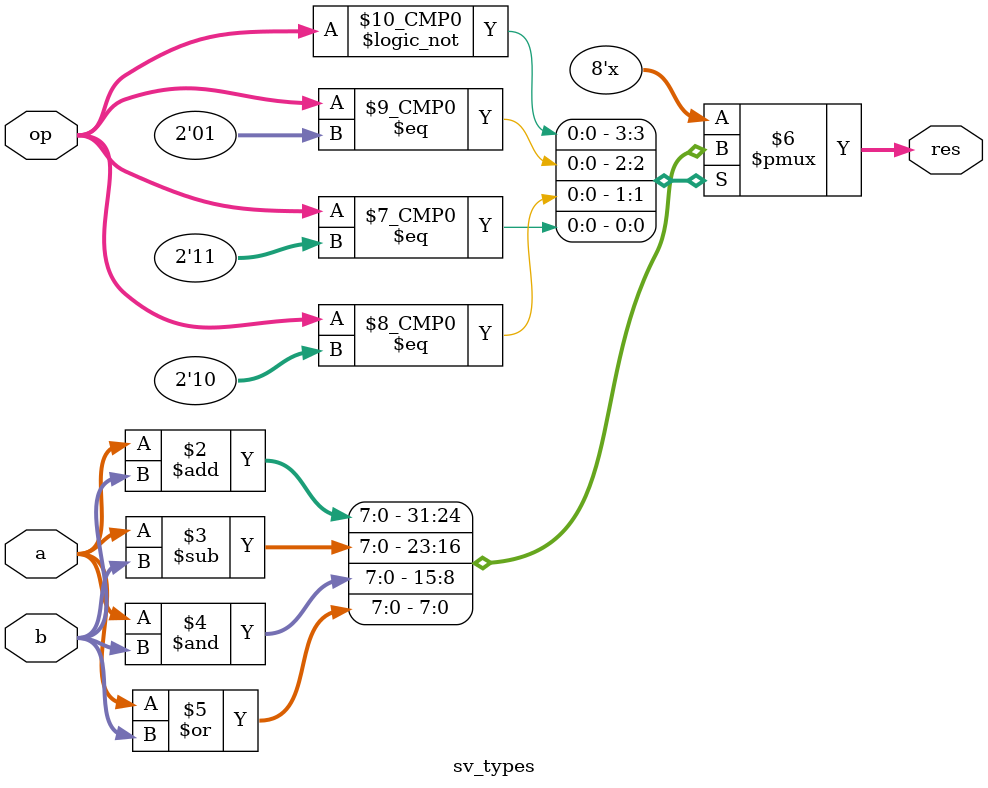
<source format=sv>
module sv_types(
    input logic [1:0] op,
    input logic [7:0] a,
    input logic [7:0] b,
    output logic [7:0] res
);

    // Enum definition
    typedef enum logic [1:0] {
        OP_ADD = 2'b00,
        OP_SUB = 2'b01,
        OP_AND = 2'b10,
        OP_OR  = 2'b11
    } opcode_t;

    // opcode_t operation;
    // assign operation = opcode_t'(op);

    always_comb begin
        case (op) // Use op directly to avoid cast issues in Yosys
            OP_ADD: res = a + b;
            OP_SUB: res = a - b;
            OP_AND: res = a & b;
            OP_OR:  res = a | b;
            default: res = 8'h00;
        endcase
    end

endmodule

</source>
